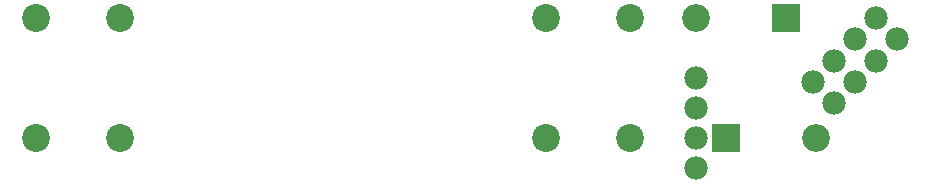
<source format=gbl>
G04 MADE WITH FRITZING*
G04 WWW.FRITZING.ORG*
G04 DOUBLE SIDED*
G04 HOLES PLATED*
G04 CONTOUR ON CENTER OF CONTOUR VECTOR*
%ASAXBY*%
%FSLAX23Y23*%
%MOIN*%
%OFA0B0*%
%SFA1.0B1.0*%
%ADD10C,0.078000*%
%ADD11C,0.092000*%
%ADD12C,0.093000*%
%ADD13R,0.092000X0.092000*%
%LNCOPPER0*%
G90*
G70*
G54D10*
X2919Y659D03*
X2849Y588D03*
X2778Y517D03*
X2707Y447D03*
X2919Y659D03*
X2849Y588D03*
X2778Y517D03*
X2707Y447D03*
X2778Y376D03*
X2849Y447D03*
X2919Y517D03*
X2990Y588D03*
G54D11*
X2619Y659D03*
X2319Y659D03*
G54D12*
X2099Y659D03*
X1819Y659D03*
X119Y659D03*
X399Y659D03*
X2099Y259D03*
X1819Y259D03*
X119Y259D03*
X399Y259D03*
G54D10*
X2319Y459D03*
X2319Y359D03*
X2319Y259D03*
X2319Y159D03*
G54D11*
X2419Y259D03*
X2719Y259D03*
G54D13*
X2619Y659D03*
X2419Y259D03*
G04 End of Copper0*
M02*
</source>
